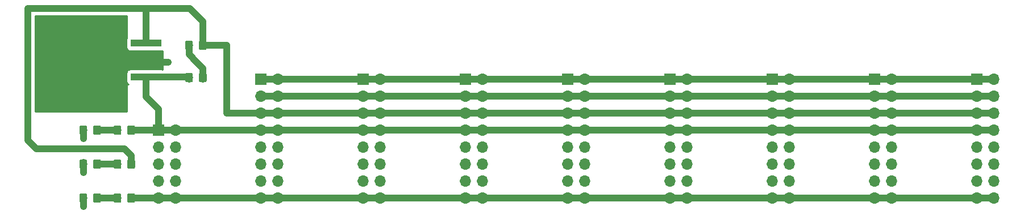
<source format=gbr>
G04 #@! TF.GenerationSoftware,KiCad,Pcbnew,(5.0.0-3-g5ebb6b6)*
G04 #@! TF.CreationDate,2018-12-12T10:22:58+00:00*
G04 #@! TF.ProjectId,PSUExtensionBoard,505355457874656E73696F6E426F6172,rev?*
G04 #@! TF.SameCoordinates,Original*
G04 #@! TF.FileFunction,Copper,L1,Top,Signal*
G04 #@! TF.FilePolarity,Positive*
%FSLAX46Y46*%
G04 Gerber Fmt 4.6, Leading zero omitted, Abs format (unit mm)*
G04 Created by KiCad (PCBNEW (5.0.0-3-g5ebb6b6)) date Wednesday, 12 December 2018 at 10:22:58*
%MOMM*%
%LPD*%
G01*
G04 APERTURE LIST*
G04 #@! TA.AperFunction,SMDPad,CuDef*
%ADD10R,4.600000X1.100000*%
G04 #@! TD*
G04 #@! TA.AperFunction,SMDPad,CuDef*
%ADD11R,9.400000X10.800000*%
G04 #@! TD*
G04 #@! TA.AperFunction,Conductor*
%ADD12C,0.100000*%
G04 #@! TD*
G04 #@! TA.AperFunction,SMDPad,CuDef*
%ADD13C,1.150000*%
G04 #@! TD*
G04 #@! TA.AperFunction,ComponentPad*
%ADD14R,1.700000X1.700000*%
G04 #@! TD*
G04 #@! TA.AperFunction,ComponentPad*
%ADD15O,1.700000X1.700000*%
G04 #@! TD*
G04 #@! TA.AperFunction,ViaPad*
%ADD16C,0.800000*%
G04 #@! TD*
G04 #@! TA.AperFunction,Conductor*
%ADD17C,1.000000*%
G04 #@! TD*
G04 #@! TA.AperFunction,Conductor*
%ADD18C,0.254000*%
G04 #@! TD*
G04 APERTURE END LIST*
D10*
G04 #@! TO.P,U_REG1,1*
G04 #@! TO.N,/12V*
X66735000Y-92392500D03*
G04 #@! TO.P,U_REG1,2*
G04 #@! TO.N,GND*
X66735000Y-89852500D03*
G04 #@! TO.P,U_REG1,3*
G04 #@! TO.N,/5V*
X66735000Y-87312500D03*
D11*
G04 #@! TO.P,U_REG1,2*
G04 #@! TO.N,GND*
X57585000Y-89852500D03*
G04 #@! TD*
D12*
G04 #@! TO.N,/12V*
G04 #@! TO.C,C1*
G36*
X73492505Y-91757204D02*
X73516773Y-91760804D01*
X73540572Y-91766765D01*
X73563671Y-91775030D01*
X73585850Y-91785520D01*
X73606893Y-91798132D01*
X73626599Y-91812747D01*
X73644777Y-91829223D01*
X73661253Y-91847401D01*
X73675868Y-91867107D01*
X73688480Y-91888150D01*
X73698970Y-91910329D01*
X73707235Y-91933428D01*
X73713196Y-91957227D01*
X73716796Y-91981495D01*
X73718000Y-92005999D01*
X73718000Y-92906001D01*
X73716796Y-92930505D01*
X73713196Y-92954773D01*
X73707235Y-92978572D01*
X73698970Y-93001671D01*
X73688480Y-93023850D01*
X73675868Y-93044893D01*
X73661253Y-93064599D01*
X73644777Y-93082777D01*
X73626599Y-93099253D01*
X73606893Y-93113868D01*
X73585850Y-93126480D01*
X73563671Y-93136970D01*
X73540572Y-93145235D01*
X73516773Y-93151196D01*
X73492505Y-93154796D01*
X73468001Y-93156000D01*
X72817999Y-93156000D01*
X72793495Y-93154796D01*
X72769227Y-93151196D01*
X72745428Y-93145235D01*
X72722329Y-93136970D01*
X72700150Y-93126480D01*
X72679107Y-93113868D01*
X72659401Y-93099253D01*
X72641223Y-93082777D01*
X72624747Y-93064599D01*
X72610132Y-93044893D01*
X72597520Y-93023850D01*
X72587030Y-93001671D01*
X72578765Y-92978572D01*
X72572804Y-92954773D01*
X72569204Y-92930505D01*
X72568000Y-92906001D01*
X72568000Y-92005999D01*
X72569204Y-91981495D01*
X72572804Y-91957227D01*
X72578765Y-91933428D01*
X72587030Y-91910329D01*
X72597520Y-91888150D01*
X72610132Y-91867107D01*
X72624747Y-91847401D01*
X72641223Y-91829223D01*
X72659401Y-91812747D01*
X72679107Y-91798132D01*
X72700150Y-91785520D01*
X72722329Y-91775030D01*
X72745428Y-91766765D01*
X72769227Y-91760804D01*
X72793495Y-91757204D01*
X72817999Y-91756000D01*
X73468001Y-91756000D01*
X73492505Y-91757204D01*
X73492505Y-91757204D01*
G37*
D13*
G04 #@! TD*
G04 #@! TO.P,C1,1*
G04 #@! TO.N,/12V*
X73143000Y-92456000D03*
D12*
G04 #@! TO.N,GND*
G04 #@! TO.C,C1*
G36*
X75542505Y-91757204D02*
X75566773Y-91760804D01*
X75590572Y-91766765D01*
X75613671Y-91775030D01*
X75635850Y-91785520D01*
X75656893Y-91798132D01*
X75676599Y-91812747D01*
X75694777Y-91829223D01*
X75711253Y-91847401D01*
X75725868Y-91867107D01*
X75738480Y-91888150D01*
X75748970Y-91910329D01*
X75757235Y-91933428D01*
X75763196Y-91957227D01*
X75766796Y-91981495D01*
X75768000Y-92005999D01*
X75768000Y-92906001D01*
X75766796Y-92930505D01*
X75763196Y-92954773D01*
X75757235Y-92978572D01*
X75748970Y-93001671D01*
X75738480Y-93023850D01*
X75725868Y-93044893D01*
X75711253Y-93064599D01*
X75694777Y-93082777D01*
X75676599Y-93099253D01*
X75656893Y-93113868D01*
X75635850Y-93126480D01*
X75613671Y-93136970D01*
X75590572Y-93145235D01*
X75566773Y-93151196D01*
X75542505Y-93154796D01*
X75518001Y-93156000D01*
X74867999Y-93156000D01*
X74843495Y-93154796D01*
X74819227Y-93151196D01*
X74795428Y-93145235D01*
X74772329Y-93136970D01*
X74750150Y-93126480D01*
X74729107Y-93113868D01*
X74709401Y-93099253D01*
X74691223Y-93082777D01*
X74674747Y-93064599D01*
X74660132Y-93044893D01*
X74647520Y-93023850D01*
X74637030Y-93001671D01*
X74628765Y-92978572D01*
X74622804Y-92954773D01*
X74619204Y-92930505D01*
X74618000Y-92906001D01*
X74618000Y-92005999D01*
X74619204Y-91981495D01*
X74622804Y-91957227D01*
X74628765Y-91933428D01*
X74637030Y-91910329D01*
X74647520Y-91888150D01*
X74660132Y-91867107D01*
X74674747Y-91847401D01*
X74691223Y-91829223D01*
X74709401Y-91812747D01*
X74729107Y-91798132D01*
X74750150Y-91785520D01*
X74772329Y-91775030D01*
X74795428Y-91766765D01*
X74819227Y-91760804D01*
X74843495Y-91757204D01*
X74867999Y-91756000D01*
X75518001Y-91756000D01*
X75542505Y-91757204D01*
X75542505Y-91757204D01*
G37*
D13*
G04 #@! TD*
G04 #@! TO.P,C1,2*
G04 #@! TO.N,GND*
X75193000Y-92456000D03*
D12*
G04 #@! TO.N,GND*
G04 #@! TO.C,C2*
G36*
X73492505Y-86931204D02*
X73516773Y-86934804D01*
X73540572Y-86940765D01*
X73563671Y-86949030D01*
X73585850Y-86959520D01*
X73606893Y-86972132D01*
X73626599Y-86986747D01*
X73644777Y-87003223D01*
X73661253Y-87021401D01*
X73675868Y-87041107D01*
X73688480Y-87062150D01*
X73698970Y-87084329D01*
X73707235Y-87107428D01*
X73713196Y-87131227D01*
X73716796Y-87155495D01*
X73718000Y-87179999D01*
X73718000Y-88080001D01*
X73716796Y-88104505D01*
X73713196Y-88128773D01*
X73707235Y-88152572D01*
X73698970Y-88175671D01*
X73688480Y-88197850D01*
X73675868Y-88218893D01*
X73661253Y-88238599D01*
X73644777Y-88256777D01*
X73626599Y-88273253D01*
X73606893Y-88287868D01*
X73585850Y-88300480D01*
X73563671Y-88310970D01*
X73540572Y-88319235D01*
X73516773Y-88325196D01*
X73492505Y-88328796D01*
X73468001Y-88330000D01*
X72817999Y-88330000D01*
X72793495Y-88328796D01*
X72769227Y-88325196D01*
X72745428Y-88319235D01*
X72722329Y-88310970D01*
X72700150Y-88300480D01*
X72679107Y-88287868D01*
X72659401Y-88273253D01*
X72641223Y-88256777D01*
X72624747Y-88238599D01*
X72610132Y-88218893D01*
X72597520Y-88197850D01*
X72587030Y-88175671D01*
X72578765Y-88152572D01*
X72572804Y-88128773D01*
X72569204Y-88104505D01*
X72568000Y-88080001D01*
X72568000Y-87179999D01*
X72569204Y-87155495D01*
X72572804Y-87131227D01*
X72578765Y-87107428D01*
X72587030Y-87084329D01*
X72597520Y-87062150D01*
X72610132Y-87041107D01*
X72624747Y-87021401D01*
X72641223Y-87003223D01*
X72659401Y-86986747D01*
X72679107Y-86972132D01*
X72700150Y-86959520D01*
X72722329Y-86949030D01*
X72745428Y-86940765D01*
X72769227Y-86934804D01*
X72793495Y-86931204D01*
X72817999Y-86930000D01*
X73468001Y-86930000D01*
X73492505Y-86931204D01*
X73492505Y-86931204D01*
G37*
D13*
G04 #@! TD*
G04 #@! TO.P,C2,2*
G04 #@! TO.N,GND*
X73143000Y-87630000D03*
D12*
G04 #@! TO.N,/5V*
G04 #@! TO.C,C2*
G36*
X75542505Y-86931204D02*
X75566773Y-86934804D01*
X75590572Y-86940765D01*
X75613671Y-86949030D01*
X75635850Y-86959520D01*
X75656893Y-86972132D01*
X75676599Y-86986747D01*
X75694777Y-87003223D01*
X75711253Y-87021401D01*
X75725868Y-87041107D01*
X75738480Y-87062150D01*
X75748970Y-87084329D01*
X75757235Y-87107428D01*
X75763196Y-87131227D01*
X75766796Y-87155495D01*
X75768000Y-87179999D01*
X75768000Y-88080001D01*
X75766796Y-88104505D01*
X75763196Y-88128773D01*
X75757235Y-88152572D01*
X75748970Y-88175671D01*
X75738480Y-88197850D01*
X75725868Y-88218893D01*
X75711253Y-88238599D01*
X75694777Y-88256777D01*
X75676599Y-88273253D01*
X75656893Y-88287868D01*
X75635850Y-88300480D01*
X75613671Y-88310970D01*
X75590572Y-88319235D01*
X75566773Y-88325196D01*
X75542505Y-88328796D01*
X75518001Y-88330000D01*
X74867999Y-88330000D01*
X74843495Y-88328796D01*
X74819227Y-88325196D01*
X74795428Y-88319235D01*
X74772329Y-88310970D01*
X74750150Y-88300480D01*
X74729107Y-88287868D01*
X74709401Y-88273253D01*
X74691223Y-88256777D01*
X74674747Y-88238599D01*
X74660132Y-88218893D01*
X74647520Y-88197850D01*
X74637030Y-88175671D01*
X74628765Y-88152572D01*
X74622804Y-88128773D01*
X74619204Y-88104505D01*
X74618000Y-88080001D01*
X74618000Y-87179999D01*
X74619204Y-87155495D01*
X74622804Y-87131227D01*
X74628765Y-87107428D01*
X74637030Y-87084329D01*
X74647520Y-87062150D01*
X74660132Y-87041107D01*
X74674747Y-87021401D01*
X74691223Y-87003223D01*
X74709401Y-86986747D01*
X74729107Y-86972132D01*
X74750150Y-86959520D01*
X74772329Y-86949030D01*
X74795428Y-86940765D01*
X74819227Y-86934804D01*
X74843495Y-86931204D01*
X74867999Y-86930000D01*
X75518001Y-86930000D01*
X75542505Y-86931204D01*
X75542505Y-86931204D01*
G37*
D13*
G04 #@! TD*
G04 #@! TO.P,C2,1*
G04 #@! TO.N,/5V*
X75193000Y-87630000D03*
D12*
G04 #@! TO.N,GND*
G04 #@! TO.C,D_5VPP1*
G36*
X57744505Y-104711204D02*
X57768773Y-104714804D01*
X57792572Y-104720765D01*
X57815671Y-104729030D01*
X57837850Y-104739520D01*
X57858893Y-104752132D01*
X57878599Y-104766747D01*
X57896777Y-104783223D01*
X57913253Y-104801401D01*
X57927868Y-104821107D01*
X57940480Y-104842150D01*
X57950970Y-104864329D01*
X57959235Y-104887428D01*
X57965196Y-104911227D01*
X57968796Y-104935495D01*
X57970000Y-104959999D01*
X57970000Y-105860001D01*
X57968796Y-105884505D01*
X57965196Y-105908773D01*
X57959235Y-105932572D01*
X57950970Y-105955671D01*
X57940480Y-105977850D01*
X57927868Y-105998893D01*
X57913253Y-106018599D01*
X57896777Y-106036777D01*
X57878599Y-106053253D01*
X57858893Y-106067868D01*
X57837850Y-106080480D01*
X57815671Y-106090970D01*
X57792572Y-106099235D01*
X57768773Y-106105196D01*
X57744505Y-106108796D01*
X57720001Y-106110000D01*
X57069999Y-106110000D01*
X57045495Y-106108796D01*
X57021227Y-106105196D01*
X56997428Y-106099235D01*
X56974329Y-106090970D01*
X56952150Y-106080480D01*
X56931107Y-106067868D01*
X56911401Y-106053253D01*
X56893223Y-106036777D01*
X56876747Y-106018599D01*
X56862132Y-105998893D01*
X56849520Y-105977850D01*
X56839030Y-105955671D01*
X56830765Y-105932572D01*
X56824804Y-105908773D01*
X56821204Y-105884505D01*
X56820000Y-105860001D01*
X56820000Y-104959999D01*
X56821204Y-104935495D01*
X56824804Y-104911227D01*
X56830765Y-104887428D01*
X56839030Y-104864329D01*
X56849520Y-104842150D01*
X56862132Y-104821107D01*
X56876747Y-104801401D01*
X56893223Y-104783223D01*
X56911401Y-104766747D01*
X56931107Y-104752132D01*
X56952150Y-104739520D01*
X56974329Y-104729030D01*
X56997428Y-104720765D01*
X57021227Y-104714804D01*
X57045495Y-104711204D01*
X57069999Y-104710000D01*
X57720001Y-104710000D01*
X57744505Y-104711204D01*
X57744505Y-104711204D01*
G37*
D13*
G04 #@! TD*
G04 #@! TO.P,D_5VPP1,1*
G04 #@! TO.N,GND*
X57395000Y-105410000D03*
D12*
G04 #@! TO.N,Net-(D_5VPP1-Pad2)*
G04 #@! TO.C,D_5VPP1*
G36*
X59794505Y-104711204D02*
X59818773Y-104714804D01*
X59842572Y-104720765D01*
X59865671Y-104729030D01*
X59887850Y-104739520D01*
X59908893Y-104752132D01*
X59928599Y-104766747D01*
X59946777Y-104783223D01*
X59963253Y-104801401D01*
X59977868Y-104821107D01*
X59990480Y-104842150D01*
X60000970Y-104864329D01*
X60009235Y-104887428D01*
X60015196Y-104911227D01*
X60018796Y-104935495D01*
X60020000Y-104959999D01*
X60020000Y-105860001D01*
X60018796Y-105884505D01*
X60015196Y-105908773D01*
X60009235Y-105932572D01*
X60000970Y-105955671D01*
X59990480Y-105977850D01*
X59977868Y-105998893D01*
X59963253Y-106018599D01*
X59946777Y-106036777D01*
X59928599Y-106053253D01*
X59908893Y-106067868D01*
X59887850Y-106080480D01*
X59865671Y-106090970D01*
X59842572Y-106099235D01*
X59818773Y-106105196D01*
X59794505Y-106108796D01*
X59770001Y-106110000D01*
X59119999Y-106110000D01*
X59095495Y-106108796D01*
X59071227Y-106105196D01*
X59047428Y-106099235D01*
X59024329Y-106090970D01*
X59002150Y-106080480D01*
X58981107Y-106067868D01*
X58961401Y-106053253D01*
X58943223Y-106036777D01*
X58926747Y-106018599D01*
X58912132Y-105998893D01*
X58899520Y-105977850D01*
X58889030Y-105955671D01*
X58880765Y-105932572D01*
X58874804Y-105908773D01*
X58871204Y-105884505D01*
X58870000Y-105860001D01*
X58870000Y-104959999D01*
X58871204Y-104935495D01*
X58874804Y-104911227D01*
X58880765Y-104887428D01*
X58889030Y-104864329D01*
X58899520Y-104842150D01*
X58912132Y-104821107D01*
X58926747Y-104801401D01*
X58943223Y-104783223D01*
X58961401Y-104766747D01*
X58981107Y-104752132D01*
X59002150Y-104739520D01*
X59024329Y-104729030D01*
X59047428Y-104720765D01*
X59071227Y-104714804D01*
X59095495Y-104711204D01*
X59119999Y-104710000D01*
X59770001Y-104710000D01*
X59794505Y-104711204D01*
X59794505Y-104711204D01*
G37*
D13*
G04 #@! TD*
G04 #@! TO.P,D_5VPP1,2*
G04 #@! TO.N,Net-(D_5VPP1-Pad2)*
X59445000Y-105410000D03*
D12*
G04 #@! TO.N,GND*
G04 #@! TO.C,D_NEG1*
G36*
X57744505Y-109791204D02*
X57768773Y-109794804D01*
X57792572Y-109800765D01*
X57815671Y-109809030D01*
X57837850Y-109819520D01*
X57858893Y-109832132D01*
X57878599Y-109846747D01*
X57896777Y-109863223D01*
X57913253Y-109881401D01*
X57927868Y-109901107D01*
X57940480Y-109922150D01*
X57950970Y-109944329D01*
X57959235Y-109967428D01*
X57965196Y-109991227D01*
X57968796Y-110015495D01*
X57970000Y-110039999D01*
X57970000Y-110940001D01*
X57968796Y-110964505D01*
X57965196Y-110988773D01*
X57959235Y-111012572D01*
X57950970Y-111035671D01*
X57940480Y-111057850D01*
X57927868Y-111078893D01*
X57913253Y-111098599D01*
X57896777Y-111116777D01*
X57878599Y-111133253D01*
X57858893Y-111147868D01*
X57837850Y-111160480D01*
X57815671Y-111170970D01*
X57792572Y-111179235D01*
X57768773Y-111185196D01*
X57744505Y-111188796D01*
X57720001Y-111190000D01*
X57069999Y-111190000D01*
X57045495Y-111188796D01*
X57021227Y-111185196D01*
X56997428Y-111179235D01*
X56974329Y-111170970D01*
X56952150Y-111160480D01*
X56931107Y-111147868D01*
X56911401Y-111133253D01*
X56893223Y-111116777D01*
X56876747Y-111098599D01*
X56862132Y-111078893D01*
X56849520Y-111057850D01*
X56839030Y-111035671D01*
X56830765Y-111012572D01*
X56824804Y-110988773D01*
X56821204Y-110964505D01*
X56820000Y-110940001D01*
X56820000Y-110039999D01*
X56821204Y-110015495D01*
X56824804Y-109991227D01*
X56830765Y-109967428D01*
X56839030Y-109944329D01*
X56849520Y-109922150D01*
X56862132Y-109901107D01*
X56876747Y-109881401D01*
X56893223Y-109863223D01*
X56911401Y-109846747D01*
X56931107Y-109832132D01*
X56952150Y-109819520D01*
X56974329Y-109809030D01*
X56997428Y-109800765D01*
X57021227Y-109794804D01*
X57045495Y-109791204D01*
X57069999Y-109790000D01*
X57720001Y-109790000D01*
X57744505Y-109791204D01*
X57744505Y-109791204D01*
G37*
D13*
G04 #@! TD*
G04 #@! TO.P,D_NEG1,2*
G04 #@! TO.N,GND*
X57395000Y-110490000D03*
D12*
G04 #@! TO.N,Net-(D_NEG1-Pad1)*
G04 #@! TO.C,D_NEG1*
G36*
X59794505Y-109791204D02*
X59818773Y-109794804D01*
X59842572Y-109800765D01*
X59865671Y-109809030D01*
X59887850Y-109819520D01*
X59908893Y-109832132D01*
X59928599Y-109846747D01*
X59946777Y-109863223D01*
X59963253Y-109881401D01*
X59977868Y-109901107D01*
X59990480Y-109922150D01*
X60000970Y-109944329D01*
X60009235Y-109967428D01*
X60015196Y-109991227D01*
X60018796Y-110015495D01*
X60020000Y-110039999D01*
X60020000Y-110940001D01*
X60018796Y-110964505D01*
X60015196Y-110988773D01*
X60009235Y-111012572D01*
X60000970Y-111035671D01*
X59990480Y-111057850D01*
X59977868Y-111078893D01*
X59963253Y-111098599D01*
X59946777Y-111116777D01*
X59928599Y-111133253D01*
X59908893Y-111147868D01*
X59887850Y-111160480D01*
X59865671Y-111170970D01*
X59842572Y-111179235D01*
X59818773Y-111185196D01*
X59794505Y-111188796D01*
X59770001Y-111190000D01*
X59119999Y-111190000D01*
X59095495Y-111188796D01*
X59071227Y-111185196D01*
X59047428Y-111179235D01*
X59024329Y-111170970D01*
X59002150Y-111160480D01*
X58981107Y-111147868D01*
X58961401Y-111133253D01*
X58943223Y-111116777D01*
X58926747Y-111098599D01*
X58912132Y-111078893D01*
X58899520Y-111057850D01*
X58889030Y-111035671D01*
X58880765Y-111012572D01*
X58874804Y-110988773D01*
X58871204Y-110964505D01*
X58870000Y-110940001D01*
X58870000Y-110039999D01*
X58871204Y-110015495D01*
X58874804Y-109991227D01*
X58880765Y-109967428D01*
X58889030Y-109944329D01*
X58899520Y-109922150D01*
X58912132Y-109901107D01*
X58926747Y-109881401D01*
X58943223Y-109863223D01*
X58961401Y-109846747D01*
X58981107Y-109832132D01*
X59002150Y-109819520D01*
X59024329Y-109809030D01*
X59047428Y-109800765D01*
X59071227Y-109794804D01*
X59095495Y-109791204D01*
X59119999Y-109790000D01*
X59770001Y-109790000D01*
X59794505Y-109791204D01*
X59794505Y-109791204D01*
G37*
D13*
G04 #@! TD*
G04 #@! TO.P,D_NEG1,1*
G04 #@! TO.N,Net-(D_NEG1-Pad1)*
X59445000Y-110490000D03*
D12*
G04 #@! TO.N,GND*
G04 #@! TO.C,D_POS1*
G36*
X57744505Y-99631204D02*
X57768773Y-99634804D01*
X57792572Y-99640765D01*
X57815671Y-99649030D01*
X57837850Y-99659520D01*
X57858893Y-99672132D01*
X57878599Y-99686747D01*
X57896777Y-99703223D01*
X57913253Y-99721401D01*
X57927868Y-99741107D01*
X57940480Y-99762150D01*
X57950970Y-99784329D01*
X57959235Y-99807428D01*
X57965196Y-99831227D01*
X57968796Y-99855495D01*
X57970000Y-99879999D01*
X57970000Y-100780001D01*
X57968796Y-100804505D01*
X57965196Y-100828773D01*
X57959235Y-100852572D01*
X57950970Y-100875671D01*
X57940480Y-100897850D01*
X57927868Y-100918893D01*
X57913253Y-100938599D01*
X57896777Y-100956777D01*
X57878599Y-100973253D01*
X57858893Y-100987868D01*
X57837850Y-101000480D01*
X57815671Y-101010970D01*
X57792572Y-101019235D01*
X57768773Y-101025196D01*
X57744505Y-101028796D01*
X57720001Y-101030000D01*
X57069999Y-101030000D01*
X57045495Y-101028796D01*
X57021227Y-101025196D01*
X56997428Y-101019235D01*
X56974329Y-101010970D01*
X56952150Y-101000480D01*
X56931107Y-100987868D01*
X56911401Y-100973253D01*
X56893223Y-100956777D01*
X56876747Y-100938599D01*
X56862132Y-100918893D01*
X56849520Y-100897850D01*
X56839030Y-100875671D01*
X56830765Y-100852572D01*
X56824804Y-100828773D01*
X56821204Y-100804505D01*
X56820000Y-100780001D01*
X56820000Y-99879999D01*
X56821204Y-99855495D01*
X56824804Y-99831227D01*
X56830765Y-99807428D01*
X56839030Y-99784329D01*
X56849520Y-99762150D01*
X56862132Y-99741107D01*
X56876747Y-99721401D01*
X56893223Y-99703223D01*
X56911401Y-99686747D01*
X56931107Y-99672132D01*
X56952150Y-99659520D01*
X56974329Y-99649030D01*
X56997428Y-99640765D01*
X57021227Y-99634804D01*
X57045495Y-99631204D01*
X57069999Y-99630000D01*
X57720001Y-99630000D01*
X57744505Y-99631204D01*
X57744505Y-99631204D01*
G37*
D13*
G04 #@! TD*
G04 #@! TO.P,D_POS1,1*
G04 #@! TO.N,GND*
X57395000Y-100330000D03*
D12*
G04 #@! TO.N,Net-(D_POS1-Pad2)*
G04 #@! TO.C,D_POS1*
G36*
X59794505Y-99631204D02*
X59818773Y-99634804D01*
X59842572Y-99640765D01*
X59865671Y-99649030D01*
X59887850Y-99659520D01*
X59908893Y-99672132D01*
X59928599Y-99686747D01*
X59946777Y-99703223D01*
X59963253Y-99721401D01*
X59977868Y-99741107D01*
X59990480Y-99762150D01*
X60000970Y-99784329D01*
X60009235Y-99807428D01*
X60015196Y-99831227D01*
X60018796Y-99855495D01*
X60020000Y-99879999D01*
X60020000Y-100780001D01*
X60018796Y-100804505D01*
X60015196Y-100828773D01*
X60009235Y-100852572D01*
X60000970Y-100875671D01*
X59990480Y-100897850D01*
X59977868Y-100918893D01*
X59963253Y-100938599D01*
X59946777Y-100956777D01*
X59928599Y-100973253D01*
X59908893Y-100987868D01*
X59887850Y-101000480D01*
X59865671Y-101010970D01*
X59842572Y-101019235D01*
X59818773Y-101025196D01*
X59794505Y-101028796D01*
X59770001Y-101030000D01*
X59119999Y-101030000D01*
X59095495Y-101028796D01*
X59071227Y-101025196D01*
X59047428Y-101019235D01*
X59024329Y-101010970D01*
X59002150Y-101000480D01*
X58981107Y-100987868D01*
X58961401Y-100973253D01*
X58943223Y-100956777D01*
X58926747Y-100938599D01*
X58912132Y-100918893D01*
X58899520Y-100897850D01*
X58889030Y-100875671D01*
X58880765Y-100852572D01*
X58874804Y-100828773D01*
X58871204Y-100804505D01*
X58870000Y-100780001D01*
X58870000Y-99879999D01*
X58871204Y-99855495D01*
X58874804Y-99831227D01*
X58880765Y-99807428D01*
X58889030Y-99784329D01*
X58899520Y-99762150D01*
X58912132Y-99741107D01*
X58926747Y-99721401D01*
X58943223Y-99703223D01*
X58961401Y-99686747D01*
X58981107Y-99672132D01*
X59002150Y-99659520D01*
X59024329Y-99649030D01*
X59047428Y-99640765D01*
X59071227Y-99634804D01*
X59095495Y-99631204D01*
X59119999Y-99630000D01*
X59770001Y-99630000D01*
X59794505Y-99631204D01*
X59794505Y-99631204D01*
G37*
D13*
G04 #@! TD*
G04 #@! TO.P,D_POS1,2*
G04 #@! TO.N,Net-(D_POS1-Pad2)*
X59445000Y-100330000D03*
D14*
G04 #@! TO.P,J_IN1,1*
G04 #@! TO.N,/12V*
X68580000Y-100330000D03*
D15*
G04 #@! TO.P,J_IN1,2*
X71120000Y-100330000D03*
G04 #@! TO.P,J_IN1,3*
G04 #@! TO.N,GND*
X68580000Y-102870000D03*
G04 #@! TO.P,J_IN1,4*
X71120000Y-102870000D03*
G04 #@! TO.P,J_IN1,5*
X68580000Y-105410000D03*
G04 #@! TO.P,J_IN1,6*
X71120000Y-105410000D03*
G04 #@! TO.P,J_IN1,7*
X68580000Y-107950000D03*
G04 #@! TO.P,J_IN1,8*
X71120000Y-107950000D03*
G04 #@! TO.P,J_IN1,9*
G04 #@! TO.N,/-12V*
X68580000Y-110490000D03*
G04 #@! TO.P,J_IN1,10*
X71120000Y-110490000D03*
G04 #@! TD*
D14*
G04 #@! TO.P,J_OUT1,1*
G04 #@! TO.N,/GATE*
X83820000Y-92710000D03*
D15*
G04 #@! TO.P,J_OUT1,2*
X86360000Y-92710000D03*
G04 #@! TO.P,J_OUT1,3*
G04 #@! TO.N,/CV*
X83820000Y-95250000D03*
G04 #@! TO.P,J_OUT1,4*
X86360000Y-95250000D03*
G04 #@! TO.P,J_OUT1,5*
G04 #@! TO.N,/5V*
X83820000Y-97790000D03*
G04 #@! TO.P,J_OUT1,6*
X86360000Y-97790000D03*
G04 #@! TO.P,J_OUT1,7*
G04 #@! TO.N,/12V*
X83820000Y-100330000D03*
G04 #@! TO.P,J_OUT1,8*
X86360000Y-100330000D03*
G04 #@! TO.P,J_OUT1,9*
G04 #@! TO.N,GND*
X83820000Y-102870000D03*
G04 #@! TO.P,J_OUT1,10*
X86360000Y-102870000D03*
G04 #@! TO.P,J_OUT1,11*
X83820000Y-105410000D03*
G04 #@! TO.P,J_OUT1,12*
X86360000Y-105410000D03*
G04 #@! TO.P,J_OUT1,13*
X83820000Y-107950000D03*
G04 #@! TO.P,J_OUT1,14*
X86360000Y-107950000D03*
G04 #@! TO.P,J_OUT1,15*
G04 #@! TO.N,/-12V*
X83820000Y-110490000D03*
G04 #@! TO.P,J_OUT1,16*
X86360000Y-110490000D03*
G04 #@! TD*
G04 #@! TO.P,J_OUT2,16*
G04 #@! TO.N,/-12V*
X101600000Y-110490000D03*
G04 #@! TO.P,J_OUT2,15*
X99060000Y-110490000D03*
G04 #@! TO.P,J_OUT2,14*
G04 #@! TO.N,GND*
X101600000Y-107950000D03*
G04 #@! TO.P,J_OUT2,13*
X99060000Y-107950000D03*
G04 #@! TO.P,J_OUT2,12*
X101600000Y-105410000D03*
G04 #@! TO.P,J_OUT2,11*
X99060000Y-105410000D03*
G04 #@! TO.P,J_OUT2,10*
X101600000Y-102870000D03*
G04 #@! TO.P,J_OUT2,9*
X99060000Y-102870000D03*
G04 #@! TO.P,J_OUT2,8*
G04 #@! TO.N,/12V*
X101600000Y-100330000D03*
G04 #@! TO.P,J_OUT2,7*
X99060000Y-100330000D03*
G04 #@! TO.P,J_OUT2,6*
G04 #@! TO.N,/5V*
X101600000Y-97790000D03*
G04 #@! TO.P,J_OUT2,5*
X99060000Y-97790000D03*
G04 #@! TO.P,J_OUT2,4*
G04 #@! TO.N,/CV*
X101600000Y-95250000D03*
G04 #@! TO.P,J_OUT2,3*
X99060000Y-95250000D03*
G04 #@! TO.P,J_OUT2,2*
G04 #@! TO.N,/GATE*
X101600000Y-92710000D03*
D14*
G04 #@! TO.P,J_OUT2,1*
X99060000Y-92710000D03*
G04 #@! TD*
G04 #@! TO.P,J_OUT3,1*
G04 #@! TO.N,/GATE*
X114300000Y-92710000D03*
D15*
G04 #@! TO.P,J_OUT3,2*
X116840000Y-92710000D03*
G04 #@! TO.P,J_OUT3,3*
G04 #@! TO.N,/CV*
X114300000Y-95250000D03*
G04 #@! TO.P,J_OUT3,4*
X116840000Y-95250000D03*
G04 #@! TO.P,J_OUT3,5*
G04 #@! TO.N,/5V*
X114300000Y-97790000D03*
G04 #@! TO.P,J_OUT3,6*
X116840000Y-97790000D03*
G04 #@! TO.P,J_OUT3,7*
G04 #@! TO.N,/12V*
X114300000Y-100330000D03*
G04 #@! TO.P,J_OUT3,8*
X116840000Y-100330000D03*
G04 #@! TO.P,J_OUT3,9*
G04 #@! TO.N,GND*
X114300000Y-102870000D03*
G04 #@! TO.P,J_OUT3,10*
X116840000Y-102870000D03*
G04 #@! TO.P,J_OUT3,11*
X114300000Y-105410000D03*
G04 #@! TO.P,J_OUT3,12*
X116840000Y-105410000D03*
G04 #@! TO.P,J_OUT3,13*
X114300000Y-107950000D03*
G04 #@! TO.P,J_OUT3,14*
X116840000Y-107950000D03*
G04 #@! TO.P,J_OUT3,15*
G04 #@! TO.N,/-12V*
X114300000Y-110490000D03*
G04 #@! TO.P,J_OUT3,16*
X116840000Y-110490000D03*
G04 #@! TD*
G04 #@! TO.P,J_OUT4,16*
G04 #@! TO.N,/-12V*
X132080000Y-110490000D03*
G04 #@! TO.P,J_OUT4,15*
X129540000Y-110490000D03*
G04 #@! TO.P,J_OUT4,14*
G04 #@! TO.N,GND*
X132080000Y-107950000D03*
G04 #@! TO.P,J_OUT4,13*
X129540000Y-107950000D03*
G04 #@! TO.P,J_OUT4,12*
X132080000Y-105410000D03*
G04 #@! TO.P,J_OUT4,11*
X129540000Y-105410000D03*
G04 #@! TO.P,J_OUT4,10*
X132080000Y-102870000D03*
G04 #@! TO.P,J_OUT4,9*
X129540000Y-102870000D03*
G04 #@! TO.P,J_OUT4,8*
G04 #@! TO.N,/12V*
X132080000Y-100330000D03*
G04 #@! TO.P,J_OUT4,7*
X129540000Y-100330000D03*
G04 #@! TO.P,J_OUT4,6*
G04 #@! TO.N,/5V*
X132080000Y-97790000D03*
G04 #@! TO.P,J_OUT4,5*
X129540000Y-97790000D03*
G04 #@! TO.P,J_OUT4,4*
G04 #@! TO.N,/CV*
X132080000Y-95250000D03*
G04 #@! TO.P,J_OUT4,3*
X129540000Y-95250000D03*
G04 #@! TO.P,J_OUT4,2*
G04 #@! TO.N,/GATE*
X132080000Y-92710000D03*
D14*
G04 #@! TO.P,J_OUT4,1*
X129540000Y-92710000D03*
G04 #@! TD*
G04 #@! TO.P,J_OUT5,1*
G04 #@! TO.N,/GATE*
X144780000Y-92710000D03*
D15*
G04 #@! TO.P,J_OUT5,2*
X147320000Y-92710000D03*
G04 #@! TO.P,J_OUT5,3*
G04 #@! TO.N,/CV*
X144780000Y-95250000D03*
G04 #@! TO.P,J_OUT5,4*
X147320000Y-95250000D03*
G04 #@! TO.P,J_OUT5,5*
G04 #@! TO.N,/5V*
X144780000Y-97790000D03*
G04 #@! TO.P,J_OUT5,6*
X147320000Y-97790000D03*
G04 #@! TO.P,J_OUT5,7*
G04 #@! TO.N,/12V*
X144780000Y-100330000D03*
G04 #@! TO.P,J_OUT5,8*
X147320000Y-100330000D03*
G04 #@! TO.P,J_OUT5,9*
G04 #@! TO.N,GND*
X144780000Y-102870000D03*
G04 #@! TO.P,J_OUT5,10*
X147320000Y-102870000D03*
G04 #@! TO.P,J_OUT5,11*
X144780000Y-105410000D03*
G04 #@! TO.P,J_OUT5,12*
X147320000Y-105410000D03*
G04 #@! TO.P,J_OUT5,13*
X144780000Y-107950000D03*
G04 #@! TO.P,J_OUT5,14*
X147320000Y-107950000D03*
G04 #@! TO.P,J_OUT5,15*
G04 #@! TO.N,/-12V*
X144780000Y-110490000D03*
G04 #@! TO.P,J_OUT5,16*
X147320000Y-110490000D03*
G04 #@! TD*
G04 #@! TO.P,J_OUT6,16*
G04 #@! TO.N,/-12V*
X162560000Y-110490000D03*
G04 #@! TO.P,J_OUT6,15*
X160020000Y-110490000D03*
G04 #@! TO.P,J_OUT6,14*
G04 #@! TO.N,GND*
X162560000Y-107950000D03*
G04 #@! TO.P,J_OUT6,13*
X160020000Y-107950000D03*
G04 #@! TO.P,J_OUT6,12*
X162560000Y-105410000D03*
G04 #@! TO.P,J_OUT6,11*
X160020000Y-105410000D03*
G04 #@! TO.P,J_OUT6,10*
X162560000Y-102870000D03*
G04 #@! TO.P,J_OUT6,9*
X160020000Y-102870000D03*
G04 #@! TO.P,J_OUT6,8*
G04 #@! TO.N,/12V*
X162560000Y-100330000D03*
G04 #@! TO.P,J_OUT6,7*
X160020000Y-100330000D03*
G04 #@! TO.P,J_OUT6,6*
G04 #@! TO.N,/5V*
X162560000Y-97790000D03*
G04 #@! TO.P,J_OUT6,5*
X160020000Y-97790000D03*
G04 #@! TO.P,J_OUT6,4*
G04 #@! TO.N,/CV*
X162560000Y-95250000D03*
G04 #@! TO.P,J_OUT6,3*
X160020000Y-95250000D03*
G04 #@! TO.P,J_OUT6,2*
G04 #@! TO.N,/GATE*
X162560000Y-92710000D03*
D14*
G04 #@! TO.P,J_OUT6,1*
X160020000Y-92710000D03*
G04 #@! TD*
G04 #@! TO.P,J_OUT7,1*
G04 #@! TO.N,/GATE*
X175260000Y-92710000D03*
D15*
G04 #@! TO.P,J_OUT7,2*
X177800000Y-92710000D03*
G04 #@! TO.P,J_OUT7,3*
G04 #@! TO.N,/CV*
X175260000Y-95250000D03*
G04 #@! TO.P,J_OUT7,4*
X177800000Y-95250000D03*
G04 #@! TO.P,J_OUT7,5*
G04 #@! TO.N,/5V*
X175260000Y-97790000D03*
G04 #@! TO.P,J_OUT7,6*
X177800000Y-97790000D03*
G04 #@! TO.P,J_OUT7,7*
G04 #@! TO.N,/12V*
X175260000Y-100330000D03*
G04 #@! TO.P,J_OUT7,8*
X177800000Y-100330000D03*
G04 #@! TO.P,J_OUT7,9*
G04 #@! TO.N,GND*
X175260000Y-102870000D03*
G04 #@! TO.P,J_OUT7,10*
X177800000Y-102870000D03*
G04 #@! TO.P,J_OUT7,11*
X175260000Y-105410000D03*
G04 #@! TO.P,J_OUT7,12*
X177800000Y-105410000D03*
G04 #@! TO.P,J_OUT7,13*
X175260000Y-107950000D03*
G04 #@! TO.P,J_OUT7,14*
X177800000Y-107950000D03*
G04 #@! TO.P,J_OUT7,15*
G04 #@! TO.N,/-12V*
X175260000Y-110490000D03*
G04 #@! TO.P,J_OUT7,16*
X177800000Y-110490000D03*
G04 #@! TD*
G04 #@! TO.P,J_OUT8,16*
G04 #@! TO.N,/-12V*
X193040000Y-110490000D03*
G04 #@! TO.P,J_OUT8,15*
X190500000Y-110490000D03*
G04 #@! TO.P,J_OUT8,14*
G04 #@! TO.N,GND*
X193040000Y-107950000D03*
G04 #@! TO.P,J_OUT8,13*
X190500000Y-107950000D03*
G04 #@! TO.P,J_OUT8,12*
X193040000Y-105410000D03*
G04 #@! TO.P,J_OUT8,11*
X190500000Y-105410000D03*
G04 #@! TO.P,J_OUT8,10*
X193040000Y-102870000D03*
G04 #@! TO.P,J_OUT8,9*
X190500000Y-102870000D03*
G04 #@! TO.P,J_OUT8,8*
G04 #@! TO.N,/12V*
X193040000Y-100330000D03*
G04 #@! TO.P,J_OUT8,7*
X190500000Y-100330000D03*
G04 #@! TO.P,J_OUT8,6*
G04 #@! TO.N,/5V*
X193040000Y-97790000D03*
G04 #@! TO.P,J_OUT8,5*
X190500000Y-97790000D03*
G04 #@! TO.P,J_OUT8,4*
G04 #@! TO.N,/CV*
X193040000Y-95250000D03*
G04 #@! TO.P,J_OUT8,3*
X190500000Y-95250000D03*
G04 #@! TO.P,J_OUT8,2*
G04 #@! TO.N,/GATE*
X193040000Y-92710000D03*
D14*
G04 #@! TO.P,J_OUT8,1*
X190500000Y-92710000D03*
G04 #@! TD*
D12*
G04 #@! TO.N,Net-(D_5VPP1-Pad2)*
G04 #@! TO.C,R_5VPP1*
G36*
X62824505Y-104711204D02*
X62848773Y-104714804D01*
X62872572Y-104720765D01*
X62895671Y-104729030D01*
X62917850Y-104739520D01*
X62938893Y-104752132D01*
X62958599Y-104766747D01*
X62976777Y-104783223D01*
X62993253Y-104801401D01*
X63007868Y-104821107D01*
X63020480Y-104842150D01*
X63030970Y-104864329D01*
X63039235Y-104887428D01*
X63045196Y-104911227D01*
X63048796Y-104935495D01*
X63050000Y-104959999D01*
X63050000Y-105860001D01*
X63048796Y-105884505D01*
X63045196Y-105908773D01*
X63039235Y-105932572D01*
X63030970Y-105955671D01*
X63020480Y-105977850D01*
X63007868Y-105998893D01*
X62993253Y-106018599D01*
X62976777Y-106036777D01*
X62958599Y-106053253D01*
X62938893Y-106067868D01*
X62917850Y-106080480D01*
X62895671Y-106090970D01*
X62872572Y-106099235D01*
X62848773Y-106105196D01*
X62824505Y-106108796D01*
X62800001Y-106110000D01*
X62149999Y-106110000D01*
X62125495Y-106108796D01*
X62101227Y-106105196D01*
X62077428Y-106099235D01*
X62054329Y-106090970D01*
X62032150Y-106080480D01*
X62011107Y-106067868D01*
X61991401Y-106053253D01*
X61973223Y-106036777D01*
X61956747Y-106018599D01*
X61942132Y-105998893D01*
X61929520Y-105977850D01*
X61919030Y-105955671D01*
X61910765Y-105932572D01*
X61904804Y-105908773D01*
X61901204Y-105884505D01*
X61900000Y-105860001D01*
X61900000Y-104959999D01*
X61901204Y-104935495D01*
X61904804Y-104911227D01*
X61910765Y-104887428D01*
X61919030Y-104864329D01*
X61929520Y-104842150D01*
X61942132Y-104821107D01*
X61956747Y-104801401D01*
X61973223Y-104783223D01*
X61991401Y-104766747D01*
X62011107Y-104752132D01*
X62032150Y-104739520D01*
X62054329Y-104729030D01*
X62077428Y-104720765D01*
X62101227Y-104714804D01*
X62125495Y-104711204D01*
X62149999Y-104710000D01*
X62800001Y-104710000D01*
X62824505Y-104711204D01*
X62824505Y-104711204D01*
G37*
D13*
G04 #@! TD*
G04 #@! TO.P,R_5VPP1,1*
G04 #@! TO.N,Net-(D_5VPP1-Pad2)*
X62475000Y-105410000D03*
D12*
G04 #@! TO.N,/5V*
G04 #@! TO.C,R_5VPP1*
G36*
X64874505Y-104711204D02*
X64898773Y-104714804D01*
X64922572Y-104720765D01*
X64945671Y-104729030D01*
X64967850Y-104739520D01*
X64988893Y-104752132D01*
X65008599Y-104766747D01*
X65026777Y-104783223D01*
X65043253Y-104801401D01*
X65057868Y-104821107D01*
X65070480Y-104842150D01*
X65080970Y-104864329D01*
X65089235Y-104887428D01*
X65095196Y-104911227D01*
X65098796Y-104935495D01*
X65100000Y-104959999D01*
X65100000Y-105860001D01*
X65098796Y-105884505D01*
X65095196Y-105908773D01*
X65089235Y-105932572D01*
X65080970Y-105955671D01*
X65070480Y-105977850D01*
X65057868Y-105998893D01*
X65043253Y-106018599D01*
X65026777Y-106036777D01*
X65008599Y-106053253D01*
X64988893Y-106067868D01*
X64967850Y-106080480D01*
X64945671Y-106090970D01*
X64922572Y-106099235D01*
X64898773Y-106105196D01*
X64874505Y-106108796D01*
X64850001Y-106110000D01*
X64199999Y-106110000D01*
X64175495Y-106108796D01*
X64151227Y-106105196D01*
X64127428Y-106099235D01*
X64104329Y-106090970D01*
X64082150Y-106080480D01*
X64061107Y-106067868D01*
X64041401Y-106053253D01*
X64023223Y-106036777D01*
X64006747Y-106018599D01*
X63992132Y-105998893D01*
X63979520Y-105977850D01*
X63969030Y-105955671D01*
X63960765Y-105932572D01*
X63954804Y-105908773D01*
X63951204Y-105884505D01*
X63950000Y-105860001D01*
X63950000Y-104959999D01*
X63951204Y-104935495D01*
X63954804Y-104911227D01*
X63960765Y-104887428D01*
X63969030Y-104864329D01*
X63979520Y-104842150D01*
X63992132Y-104821107D01*
X64006747Y-104801401D01*
X64023223Y-104783223D01*
X64041401Y-104766747D01*
X64061107Y-104752132D01*
X64082150Y-104739520D01*
X64104329Y-104729030D01*
X64127428Y-104720765D01*
X64151227Y-104714804D01*
X64175495Y-104711204D01*
X64199999Y-104710000D01*
X64850001Y-104710000D01*
X64874505Y-104711204D01*
X64874505Y-104711204D01*
G37*
D13*
G04 #@! TD*
G04 #@! TO.P,R_5VPP1,2*
G04 #@! TO.N,/5V*
X64525000Y-105410000D03*
D12*
G04 #@! TO.N,Net-(D_NEG1-Pad1)*
G04 #@! TO.C,R_NEG1*
G36*
X62824505Y-109791204D02*
X62848773Y-109794804D01*
X62872572Y-109800765D01*
X62895671Y-109809030D01*
X62917850Y-109819520D01*
X62938893Y-109832132D01*
X62958599Y-109846747D01*
X62976777Y-109863223D01*
X62993253Y-109881401D01*
X63007868Y-109901107D01*
X63020480Y-109922150D01*
X63030970Y-109944329D01*
X63039235Y-109967428D01*
X63045196Y-109991227D01*
X63048796Y-110015495D01*
X63050000Y-110039999D01*
X63050000Y-110940001D01*
X63048796Y-110964505D01*
X63045196Y-110988773D01*
X63039235Y-111012572D01*
X63030970Y-111035671D01*
X63020480Y-111057850D01*
X63007868Y-111078893D01*
X62993253Y-111098599D01*
X62976777Y-111116777D01*
X62958599Y-111133253D01*
X62938893Y-111147868D01*
X62917850Y-111160480D01*
X62895671Y-111170970D01*
X62872572Y-111179235D01*
X62848773Y-111185196D01*
X62824505Y-111188796D01*
X62800001Y-111190000D01*
X62149999Y-111190000D01*
X62125495Y-111188796D01*
X62101227Y-111185196D01*
X62077428Y-111179235D01*
X62054329Y-111170970D01*
X62032150Y-111160480D01*
X62011107Y-111147868D01*
X61991401Y-111133253D01*
X61973223Y-111116777D01*
X61956747Y-111098599D01*
X61942132Y-111078893D01*
X61929520Y-111057850D01*
X61919030Y-111035671D01*
X61910765Y-111012572D01*
X61904804Y-110988773D01*
X61901204Y-110964505D01*
X61900000Y-110940001D01*
X61900000Y-110039999D01*
X61901204Y-110015495D01*
X61904804Y-109991227D01*
X61910765Y-109967428D01*
X61919030Y-109944329D01*
X61929520Y-109922150D01*
X61942132Y-109901107D01*
X61956747Y-109881401D01*
X61973223Y-109863223D01*
X61991401Y-109846747D01*
X62011107Y-109832132D01*
X62032150Y-109819520D01*
X62054329Y-109809030D01*
X62077428Y-109800765D01*
X62101227Y-109794804D01*
X62125495Y-109791204D01*
X62149999Y-109790000D01*
X62800001Y-109790000D01*
X62824505Y-109791204D01*
X62824505Y-109791204D01*
G37*
D13*
G04 #@! TD*
G04 #@! TO.P,R_NEG1,1*
G04 #@! TO.N,Net-(D_NEG1-Pad1)*
X62475000Y-110490000D03*
D12*
G04 #@! TO.N,/-12V*
G04 #@! TO.C,R_NEG1*
G36*
X64874505Y-109791204D02*
X64898773Y-109794804D01*
X64922572Y-109800765D01*
X64945671Y-109809030D01*
X64967850Y-109819520D01*
X64988893Y-109832132D01*
X65008599Y-109846747D01*
X65026777Y-109863223D01*
X65043253Y-109881401D01*
X65057868Y-109901107D01*
X65070480Y-109922150D01*
X65080970Y-109944329D01*
X65089235Y-109967428D01*
X65095196Y-109991227D01*
X65098796Y-110015495D01*
X65100000Y-110039999D01*
X65100000Y-110940001D01*
X65098796Y-110964505D01*
X65095196Y-110988773D01*
X65089235Y-111012572D01*
X65080970Y-111035671D01*
X65070480Y-111057850D01*
X65057868Y-111078893D01*
X65043253Y-111098599D01*
X65026777Y-111116777D01*
X65008599Y-111133253D01*
X64988893Y-111147868D01*
X64967850Y-111160480D01*
X64945671Y-111170970D01*
X64922572Y-111179235D01*
X64898773Y-111185196D01*
X64874505Y-111188796D01*
X64850001Y-111190000D01*
X64199999Y-111190000D01*
X64175495Y-111188796D01*
X64151227Y-111185196D01*
X64127428Y-111179235D01*
X64104329Y-111170970D01*
X64082150Y-111160480D01*
X64061107Y-111147868D01*
X64041401Y-111133253D01*
X64023223Y-111116777D01*
X64006747Y-111098599D01*
X63992132Y-111078893D01*
X63979520Y-111057850D01*
X63969030Y-111035671D01*
X63960765Y-111012572D01*
X63954804Y-110988773D01*
X63951204Y-110964505D01*
X63950000Y-110940001D01*
X63950000Y-110039999D01*
X63951204Y-110015495D01*
X63954804Y-109991227D01*
X63960765Y-109967428D01*
X63969030Y-109944329D01*
X63979520Y-109922150D01*
X63992132Y-109901107D01*
X64006747Y-109881401D01*
X64023223Y-109863223D01*
X64041401Y-109846747D01*
X64061107Y-109832132D01*
X64082150Y-109819520D01*
X64104329Y-109809030D01*
X64127428Y-109800765D01*
X64151227Y-109794804D01*
X64175495Y-109791204D01*
X64199999Y-109790000D01*
X64850001Y-109790000D01*
X64874505Y-109791204D01*
X64874505Y-109791204D01*
G37*
D13*
G04 #@! TD*
G04 #@! TO.P,R_NEG1,2*
G04 #@! TO.N,/-12V*
X64525000Y-110490000D03*
D12*
G04 #@! TO.N,Net-(D_POS1-Pad2)*
G04 #@! TO.C,R_POS1*
G36*
X62824505Y-99631204D02*
X62848773Y-99634804D01*
X62872572Y-99640765D01*
X62895671Y-99649030D01*
X62917850Y-99659520D01*
X62938893Y-99672132D01*
X62958599Y-99686747D01*
X62976777Y-99703223D01*
X62993253Y-99721401D01*
X63007868Y-99741107D01*
X63020480Y-99762150D01*
X63030970Y-99784329D01*
X63039235Y-99807428D01*
X63045196Y-99831227D01*
X63048796Y-99855495D01*
X63050000Y-99879999D01*
X63050000Y-100780001D01*
X63048796Y-100804505D01*
X63045196Y-100828773D01*
X63039235Y-100852572D01*
X63030970Y-100875671D01*
X63020480Y-100897850D01*
X63007868Y-100918893D01*
X62993253Y-100938599D01*
X62976777Y-100956777D01*
X62958599Y-100973253D01*
X62938893Y-100987868D01*
X62917850Y-101000480D01*
X62895671Y-101010970D01*
X62872572Y-101019235D01*
X62848773Y-101025196D01*
X62824505Y-101028796D01*
X62800001Y-101030000D01*
X62149999Y-101030000D01*
X62125495Y-101028796D01*
X62101227Y-101025196D01*
X62077428Y-101019235D01*
X62054329Y-101010970D01*
X62032150Y-101000480D01*
X62011107Y-100987868D01*
X61991401Y-100973253D01*
X61973223Y-100956777D01*
X61956747Y-100938599D01*
X61942132Y-100918893D01*
X61929520Y-100897850D01*
X61919030Y-100875671D01*
X61910765Y-100852572D01*
X61904804Y-100828773D01*
X61901204Y-100804505D01*
X61900000Y-100780001D01*
X61900000Y-99879999D01*
X61901204Y-99855495D01*
X61904804Y-99831227D01*
X61910765Y-99807428D01*
X61919030Y-99784329D01*
X61929520Y-99762150D01*
X61942132Y-99741107D01*
X61956747Y-99721401D01*
X61973223Y-99703223D01*
X61991401Y-99686747D01*
X62011107Y-99672132D01*
X62032150Y-99659520D01*
X62054329Y-99649030D01*
X62077428Y-99640765D01*
X62101227Y-99634804D01*
X62125495Y-99631204D01*
X62149999Y-99630000D01*
X62800001Y-99630000D01*
X62824505Y-99631204D01*
X62824505Y-99631204D01*
G37*
D13*
G04 #@! TD*
G04 #@! TO.P,R_POS1,2*
G04 #@! TO.N,Net-(D_POS1-Pad2)*
X62475000Y-100330000D03*
D12*
G04 #@! TO.N,/12V*
G04 #@! TO.C,R_POS1*
G36*
X64874505Y-99631204D02*
X64898773Y-99634804D01*
X64922572Y-99640765D01*
X64945671Y-99649030D01*
X64967850Y-99659520D01*
X64988893Y-99672132D01*
X65008599Y-99686747D01*
X65026777Y-99703223D01*
X65043253Y-99721401D01*
X65057868Y-99741107D01*
X65070480Y-99762150D01*
X65080970Y-99784329D01*
X65089235Y-99807428D01*
X65095196Y-99831227D01*
X65098796Y-99855495D01*
X65100000Y-99879999D01*
X65100000Y-100780001D01*
X65098796Y-100804505D01*
X65095196Y-100828773D01*
X65089235Y-100852572D01*
X65080970Y-100875671D01*
X65070480Y-100897850D01*
X65057868Y-100918893D01*
X65043253Y-100938599D01*
X65026777Y-100956777D01*
X65008599Y-100973253D01*
X64988893Y-100987868D01*
X64967850Y-101000480D01*
X64945671Y-101010970D01*
X64922572Y-101019235D01*
X64898773Y-101025196D01*
X64874505Y-101028796D01*
X64850001Y-101030000D01*
X64199999Y-101030000D01*
X64175495Y-101028796D01*
X64151227Y-101025196D01*
X64127428Y-101019235D01*
X64104329Y-101010970D01*
X64082150Y-101000480D01*
X64061107Y-100987868D01*
X64041401Y-100973253D01*
X64023223Y-100956777D01*
X64006747Y-100938599D01*
X63992132Y-100918893D01*
X63979520Y-100897850D01*
X63969030Y-100875671D01*
X63960765Y-100852572D01*
X63954804Y-100828773D01*
X63951204Y-100804505D01*
X63950000Y-100780001D01*
X63950000Y-99879999D01*
X63951204Y-99855495D01*
X63954804Y-99831227D01*
X63960765Y-99807428D01*
X63969030Y-99784329D01*
X63979520Y-99762150D01*
X63992132Y-99741107D01*
X64006747Y-99721401D01*
X64023223Y-99703223D01*
X64041401Y-99686747D01*
X64061107Y-99672132D01*
X64082150Y-99659520D01*
X64104329Y-99649030D01*
X64127428Y-99640765D01*
X64151227Y-99634804D01*
X64175495Y-99631204D01*
X64199999Y-99630000D01*
X64850001Y-99630000D01*
X64874505Y-99631204D01*
X64874505Y-99631204D01*
G37*
D13*
G04 #@! TD*
G04 #@! TO.P,R_POS1,1*
G04 #@! TO.N,/12V*
X64525000Y-100330000D03*
D16*
G04 #@! TO.N,GND*
X74295000Y-90170000D03*
X70035000Y-90170000D03*
X50800000Y-96901000D03*
X50800000Y-83883500D03*
X52350000Y-83883500D03*
X53900000Y-83883500D03*
X55450000Y-83883500D03*
X57000000Y-83883500D03*
X58550000Y-83883500D03*
X60100000Y-83883500D03*
X61650000Y-83883500D03*
X63200000Y-83883500D03*
X52350000Y-96901000D03*
X53900000Y-96901000D03*
X55450000Y-96901000D03*
X57000000Y-96901000D03*
X58550000Y-96901000D03*
X60100000Y-96901000D03*
X61650000Y-96901000D03*
X63200000Y-96901000D03*
X50800000Y-85333500D03*
X50800000Y-86783500D03*
X50800000Y-88233500D03*
X50800000Y-89683500D03*
X50800000Y-91133500D03*
X50800000Y-92583500D03*
X50800000Y-94033500D03*
X50800000Y-95483500D03*
X57404000Y-111760000D03*
X57395000Y-101591000D03*
X57404000Y-106680000D03*
X52350000Y-85333500D03*
X52350000Y-86783500D03*
X52350000Y-88233500D03*
X52350000Y-89683500D03*
X52350000Y-91133500D03*
X52350000Y-92583500D03*
X52350000Y-94033500D03*
X52350000Y-95483500D03*
X53900000Y-95483500D03*
X55450000Y-95483500D03*
X57000000Y-95483500D03*
X58550000Y-95483500D03*
X60100000Y-95483500D03*
X61650000Y-95483500D03*
X63200000Y-95483500D03*
G04 #@! TD*
D17*
G04 #@! TO.N,GND*
X73143000Y-87630000D02*
X73143000Y-89018000D01*
X73143000Y-89018000D02*
X74295000Y-90170000D01*
X75193000Y-91068000D02*
X74295000Y-90170000D01*
X75193000Y-92710000D02*
X75193000Y-91068000D01*
X66735000Y-90170000D02*
X70035000Y-90170000D01*
X66735000Y-90170000D02*
X57585000Y-90170000D01*
X57404000Y-110499000D02*
X57404000Y-111760000D01*
X57395000Y-100330000D02*
X57395000Y-101591000D01*
X57404000Y-105165000D02*
X57404000Y-106680000D01*
G04 #@! TO.N,Net-(D_NEG1-Pad1)*
X59445000Y-110490000D02*
X62230000Y-110490000D01*
G04 #@! TO.N,Net-(D_POS1-Pad2)*
X59690000Y-100330000D02*
X62230000Y-100330000D01*
G04 #@! TO.N,/12V*
X66735000Y-95310000D02*
X66738500Y-92392500D01*
X68580000Y-97155000D02*
X66735000Y-95310000D01*
X68580000Y-100330000D02*
X68580000Y-97155000D01*
X72825500Y-92392500D02*
X73143000Y-92710000D01*
X66735000Y-92392500D02*
X72825500Y-92392500D01*
X64643000Y-100330000D02*
X193040000Y-100330000D01*
G04 #@! TO.N,/5V*
X83820000Y-97790000D02*
X193040000Y-97790000D01*
X75193000Y-87630000D02*
X78740000Y-87630000D01*
X78740000Y-87630000D02*
X78740000Y-97790000D01*
X78740000Y-97790000D02*
X83820000Y-97790000D01*
X75193000Y-84083000D02*
X75193000Y-87630000D01*
X73240010Y-82130010D02*
X75193000Y-84083000D01*
X66675000Y-82130010D02*
X73240010Y-82130010D01*
X66735000Y-82130010D02*
X66738500Y-87312500D01*
X49110010Y-82130010D02*
X66735000Y-82130010D01*
X49110010Y-101815010D02*
X49110010Y-82130010D01*
X50410000Y-103115000D02*
X49110010Y-101815010D01*
X56896000Y-103124000D02*
X50410000Y-103115000D01*
X63500000Y-103124000D02*
X56896000Y-103124000D01*
X64525000Y-104149000D02*
X63500000Y-103124000D01*
X64525000Y-105410000D02*
X64525000Y-104149000D01*
G04 #@! TO.N,Net-(D_5VPP1-Pad2)*
X59445000Y-105410000D02*
X62475000Y-105410000D01*
G04 #@! TO.N,/-12V*
X64579500Y-110490000D02*
X193040000Y-110490000D01*
G04 #@! TO.N,/GATE*
X83820000Y-92710000D02*
X193040000Y-92710000D01*
G04 #@! TO.N,/CV*
X193040000Y-95250000D02*
X83820000Y-95250000D01*
G04 #@! TD*
D18*
G04 #@! TO.N,GND*
G36*
X63881000Y-86448650D02*
X63836843Y-86514735D01*
X63787560Y-86762500D01*
X63787560Y-87862500D01*
X63836843Y-88110265D01*
X63977191Y-88320309D01*
X64187235Y-88460657D01*
X64435000Y-88509940D01*
X69035000Y-88509940D01*
X69215000Y-88474136D01*
X69215000Y-91230864D01*
X69035000Y-91195060D01*
X64435000Y-91195060D01*
X64187235Y-91244343D01*
X63977191Y-91384691D01*
X63836843Y-91594735D01*
X63787560Y-91842500D01*
X63787560Y-92942500D01*
X63836843Y-93190265D01*
X63977191Y-93400309D01*
X64084483Y-93472000D01*
X64008000Y-93472000D01*
X63959399Y-93481667D01*
X63918197Y-93509197D01*
X63890667Y-93550399D01*
X63881000Y-93599000D01*
X63881000Y-97536000D01*
X50245010Y-97536000D01*
X50245010Y-83265010D01*
X63881000Y-83265010D01*
X63881000Y-86448650D01*
X63881000Y-86448650D01*
G37*
X63881000Y-86448650D02*
X63836843Y-86514735D01*
X63787560Y-86762500D01*
X63787560Y-87862500D01*
X63836843Y-88110265D01*
X63977191Y-88320309D01*
X64187235Y-88460657D01*
X64435000Y-88509940D01*
X69035000Y-88509940D01*
X69215000Y-88474136D01*
X69215000Y-91230864D01*
X69035000Y-91195060D01*
X64435000Y-91195060D01*
X64187235Y-91244343D01*
X63977191Y-91384691D01*
X63836843Y-91594735D01*
X63787560Y-91842500D01*
X63787560Y-92942500D01*
X63836843Y-93190265D01*
X63977191Y-93400309D01*
X64084483Y-93472000D01*
X64008000Y-93472000D01*
X63959399Y-93481667D01*
X63918197Y-93509197D01*
X63890667Y-93550399D01*
X63881000Y-93599000D01*
X63881000Y-97536000D01*
X50245010Y-97536000D01*
X50245010Y-83265010D01*
X63881000Y-83265010D01*
X63881000Y-86448650D01*
G04 #@! TD*
M02*

</source>
